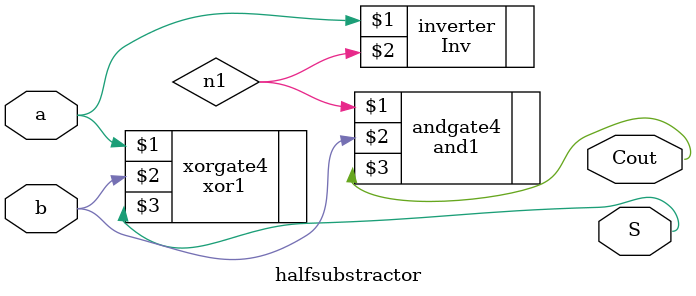
<source format=sv>
`timescale 1ns / 1ps

module halfsubstractor( input logic a, b, output logic S, Cout);

	logic n1;
	xor1 xorgate4 ( a, b, S);
	Inv inverter(a, n1);
	and1 andgate4( n1,b, Cout);

endmodule
</source>
